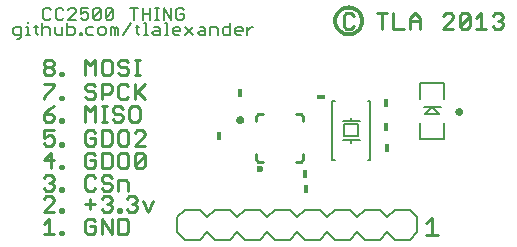
<source format=gto>
G75*
G70*
%OFA0B0*%
%FSLAX24Y24*%
%IPPOS*%
%LPD*%
%AMOC8*
5,1,8,0,0,1.08239X$1,22.5*
%
%ADD10C,0.0090*%
%ADD11C,0.0110*%
%ADD12C,0.0120*%
%ADD13C,0.0070*%
%ADD14C,0.0050*%
%ADD15C,0.0100*%
%ADD16C,0.0236*%
%ADD17R,0.0180X0.0300*%
%ADD18R,0.0300X0.0180*%
%ADD19C,0.0080*%
D10*
X001695Y001182D02*
X002035Y001182D01*
X001865Y001182D02*
X001865Y001692D01*
X001695Y001522D01*
X001695Y001932D02*
X002035Y002272D01*
X002035Y002357D01*
X001950Y002442D01*
X001780Y002442D01*
X001695Y002357D01*
X001780Y002632D02*
X001695Y002717D01*
X001780Y002632D02*
X001950Y002632D01*
X002035Y002717D01*
X002035Y002802D01*
X001950Y002887D01*
X001865Y002887D01*
X001950Y002887D02*
X002035Y002972D01*
X002035Y003057D01*
X001950Y003142D01*
X001780Y003142D01*
X001695Y003057D01*
X001950Y003382D02*
X001950Y003892D01*
X001695Y003637D01*
X002035Y003637D01*
X002247Y003467D02*
X002333Y003467D01*
X002333Y003382D01*
X002247Y003382D01*
X002247Y003467D01*
X003076Y003467D02*
X003161Y003382D01*
X003331Y003382D01*
X003416Y003467D01*
X003416Y003637D01*
X003246Y003637D01*
X003076Y003807D02*
X003076Y003467D01*
X003076Y003807D02*
X003161Y003892D01*
X003331Y003892D01*
X003416Y003807D01*
X003629Y003892D02*
X003884Y003892D01*
X003969Y003807D01*
X003969Y003467D01*
X003884Y003382D01*
X003629Y003382D01*
X003629Y003892D01*
X003629Y004132D02*
X003884Y004132D01*
X003969Y004217D01*
X003969Y004557D01*
X003884Y004642D01*
X003629Y004642D01*
X003629Y004132D01*
X003416Y004217D02*
X003416Y004387D01*
X003246Y004387D01*
X003076Y004557D02*
X003076Y004217D01*
X003161Y004132D01*
X003331Y004132D01*
X003416Y004217D01*
X003416Y004557D02*
X003331Y004642D01*
X003161Y004642D01*
X003076Y004557D01*
X003076Y004932D02*
X003076Y005442D01*
X003246Y005272D01*
X003416Y005442D01*
X003416Y004932D01*
X003629Y004932D02*
X003799Y004932D01*
X003714Y004932D02*
X003714Y005442D01*
X003629Y005442D02*
X003799Y005442D01*
X003997Y005357D02*
X003997Y005272D01*
X004082Y005187D01*
X004252Y005187D01*
X004337Y005102D01*
X004337Y005017D01*
X004252Y004932D01*
X004082Y004932D01*
X003997Y005017D01*
X003997Y005357D02*
X004082Y005442D01*
X004252Y005442D01*
X004337Y005357D01*
X004549Y005357D02*
X004549Y005017D01*
X004635Y004932D01*
X004805Y004932D01*
X004890Y005017D01*
X004890Y005357D01*
X004805Y005442D01*
X004635Y005442D01*
X004549Y005357D01*
X004436Y005682D02*
X004521Y005767D01*
X004436Y005682D02*
X004266Y005682D01*
X004181Y005767D01*
X004181Y006107D01*
X004266Y006192D01*
X004436Y006192D01*
X004521Y006107D01*
X004734Y006192D02*
X004734Y005682D01*
X004734Y005852D02*
X005074Y006192D01*
X004904Y006482D02*
X004734Y006482D01*
X004819Y006482D02*
X004819Y006992D01*
X004734Y006992D02*
X004904Y006992D01*
X004521Y006907D02*
X004436Y006992D01*
X004266Y006992D01*
X004181Y006907D01*
X004181Y006822D01*
X004266Y006737D01*
X004436Y006737D01*
X004521Y006652D01*
X004521Y006567D01*
X004436Y006482D01*
X004266Y006482D01*
X004181Y006567D01*
X003969Y006567D02*
X003884Y006482D01*
X003714Y006482D01*
X003629Y006567D01*
X003629Y006907D01*
X003714Y006992D01*
X003884Y006992D01*
X003969Y006907D01*
X003969Y006567D01*
X003884Y006192D02*
X003629Y006192D01*
X003629Y005682D01*
X003629Y005852D02*
X003884Y005852D01*
X003969Y005937D01*
X003969Y006107D01*
X003884Y006192D01*
X003416Y006107D02*
X003331Y006192D01*
X003161Y006192D01*
X003076Y006107D01*
X003076Y006022D01*
X003161Y005937D01*
X003331Y005937D01*
X003416Y005852D01*
X003416Y005767D01*
X003331Y005682D01*
X003161Y005682D01*
X003076Y005767D01*
X002333Y005767D02*
X002333Y005682D01*
X002247Y005682D01*
X002247Y005767D01*
X002333Y005767D01*
X002035Y005442D02*
X001865Y005357D01*
X001695Y005187D01*
X001950Y005187D01*
X002035Y005102D01*
X002035Y005017D01*
X001950Y004932D01*
X001780Y004932D01*
X001695Y005017D01*
X001695Y005187D01*
X002247Y005017D02*
X002333Y005017D01*
X002333Y004932D01*
X002247Y004932D01*
X002247Y005017D01*
X002035Y004642D02*
X001695Y004642D01*
X001695Y004387D01*
X001865Y004472D01*
X001950Y004472D01*
X002035Y004387D01*
X002035Y004217D01*
X001950Y004132D01*
X001780Y004132D01*
X001695Y004217D01*
X002247Y004217D02*
X002247Y004132D01*
X002333Y004132D01*
X002333Y004217D01*
X002247Y004217D01*
X003161Y003142D02*
X003076Y003057D01*
X003076Y002717D01*
X003161Y002632D01*
X003331Y002632D01*
X003416Y002717D01*
X003629Y002717D02*
X003714Y002632D01*
X003884Y002632D01*
X003969Y002717D01*
X003969Y002802D01*
X003884Y002887D01*
X003714Y002887D01*
X003629Y002972D01*
X003629Y003057D01*
X003714Y003142D01*
X003884Y003142D01*
X003969Y003057D01*
X004181Y002972D02*
X004436Y002972D01*
X004521Y002887D01*
X004521Y002632D01*
X004542Y002442D02*
X004713Y002442D01*
X004798Y002357D01*
X004798Y002272D01*
X004713Y002187D01*
X004798Y002102D01*
X004798Y002017D01*
X004713Y001932D01*
X004542Y001932D01*
X004457Y002017D01*
X004266Y002017D02*
X004266Y001932D01*
X004181Y001932D01*
X004181Y002017D01*
X004266Y002017D01*
X004628Y002187D02*
X004713Y002187D01*
X005010Y002272D02*
X005180Y001932D01*
X005350Y002272D01*
X004542Y002442D02*
X004457Y002357D01*
X004181Y002632D02*
X004181Y002972D01*
X004266Y003382D02*
X004436Y003382D01*
X004521Y003467D01*
X004521Y003807D01*
X004436Y003892D01*
X004266Y003892D01*
X004181Y003807D01*
X004181Y003467D01*
X004266Y003382D01*
X004734Y003467D02*
X004819Y003382D01*
X004989Y003382D01*
X005074Y003467D01*
X005074Y003807D01*
X004734Y003467D01*
X004734Y003807D01*
X004819Y003892D01*
X004989Y003892D01*
X005074Y003807D01*
X005074Y004132D02*
X004734Y004132D01*
X005074Y004472D01*
X005074Y004557D01*
X004989Y004642D01*
X004819Y004642D01*
X004734Y004557D01*
X004521Y004557D02*
X004436Y004642D01*
X004266Y004642D01*
X004181Y004557D01*
X004181Y004217D01*
X004266Y004132D01*
X004436Y004132D01*
X004521Y004217D01*
X004521Y004557D01*
X005074Y005682D02*
X004819Y005937D01*
X003416Y006482D02*
X003416Y006992D01*
X003246Y006822D01*
X003076Y006992D01*
X003076Y006482D01*
X002333Y006482D02*
X002247Y006482D01*
X002247Y006567D01*
X002333Y006567D01*
X002333Y006482D01*
X002035Y006567D02*
X002035Y006652D01*
X001950Y006737D01*
X001780Y006737D01*
X001695Y006822D01*
X001695Y006907D01*
X001780Y006992D01*
X001950Y006992D01*
X002035Y006907D01*
X002035Y006822D01*
X001950Y006737D01*
X001780Y006737D02*
X001695Y006652D01*
X001695Y006567D01*
X001780Y006482D01*
X001950Y006482D01*
X002035Y006567D01*
X002035Y006192D02*
X001695Y006192D01*
X002035Y006192D02*
X002035Y006107D01*
X001695Y005767D01*
X001695Y005682D01*
X003161Y003142D02*
X003331Y003142D01*
X003416Y003057D01*
X003714Y002442D02*
X003629Y002357D01*
X003714Y002442D02*
X003884Y002442D01*
X003969Y002357D01*
X003969Y002272D01*
X003884Y002187D01*
X003969Y002102D01*
X003969Y002017D01*
X003884Y001932D01*
X003714Y001932D01*
X003629Y002017D01*
X003799Y002187D02*
X003884Y002187D01*
X003416Y002187D02*
X003076Y002187D01*
X003246Y002357D02*
X003246Y002017D01*
X003161Y001692D02*
X003076Y001607D01*
X003076Y001267D01*
X003161Y001182D01*
X003331Y001182D01*
X003416Y001267D01*
X003416Y001437D01*
X003246Y001437D01*
X003416Y001607D02*
X003331Y001692D01*
X003161Y001692D01*
X003629Y001692D02*
X003969Y001182D01*
X003969Y001692D01*
X004181Y001692D02*
X004436Y001692D01*
X004521Y001607D01*
X004521Y001267D01*
X004436Y001182D01*
X004181Y001182D01*
X004181Y001692D01*
X003629Y001692D02*
X003629Y001182D01*
X002333Y001182D02*
X002247Y001182D01*
X002247Y001267D01*
X002333Y001267D01*
X002333Y001182D01*
X002333Y001932D02*
X002247Y001932D01*
X002247Y002017D01*
X002333Y002017D01*
X002333Y001932D01*
X002035Y001932D02*
X001695Y001932D01*
X002247Y002632D02*
X002333Y002632D01*
X002333Y002717D01*
X002247Y002717D01*
X002247Y002632D01*
X011695Y008117D02*
X011780Y008032D01*
X011950Y008032D01*
X012035Y008117D01*
X011695Y008117D02*
X011695Y008457D01*
X011780Y008542D01*
X011950Y008542D01*
X012035Y008457D01*
X012800Y008542D02*
X013140Y008542D01*
X012970Y008542D02*
X012970Y008032D01*
X013352Y008032D02*
X013693Y008032D01*
X013352Y008032D02*
X013352Y008542D01*
X013905Y008372D02*
X014075Y008542D01*
X014245Y008372D01*
X014245Y008032D01*
X013905Y008032D02*
X013905Y008372D01*
X013905Y008287D02*
X014245Y008287D01*
X015010Y008457D02*
X015095Y008542D01*
X015265Y008542D01*
X015350Y008457D01*
X015350Y008372D01*
X015010Y008032D01*
X015350Y008032D01*
X015562Y008117D02*
X015903Y008457D01*
X015903Y008117D01*
X015818Y008032D01*
X015647Y008032D01*
X015562Y008117D01*
X015562Y008457D01*
X015647Y008542D01*
X015818Y008542D01*
X015903Y008457D01*
X016115Y008372D02*
X016285Y008542D01*
X016285Y008032D01*
X016115Y008032D02*
X016455Y008032D01*
X016667Y008117D02*
X016752Y008032D01*
X016922Y008032D01*
X017008Y008117D01*
X017008Y008202D01*
X016922Y008287D01*
X016837Y008287D01*
X016922Y008287D02*
X017008Y008372D01*
X017008Y008457D01*
X016922Y008542D01*
X016752Y008542D01*
X016667Y008457D01*
D11*
X014652Y001732D02*
X014652Y001142D01*
X014455Y001142D02*
X014849Y001142D01*
X014455Y001535D02*
X014652Y001732D01*
D12*
X011413Y008287D02*
X011415Y008329D01*
X011421Y008370D01*
X011431Y008411D01*
X011444Y008451D01*
X011461Y008489D01*
X011482Y008525D01*
X011506Y008560D01*
X011533Y008592D01*
X011563Y008621D01*
X011596Y008647D01*
X011630Y008671D01*
X011667Y008690D01*
X011706Y008707D01*
X011746Y008719D01*
X011787Y008728D01*
X011829Y008733D01*
X011870Y008734D01*
X011912Y008731D01*
X011954Y008724D01*
X011994Y008713D01*
X012033Y008699D01*
X012071Y008681D01*
X012107Y008659D01*
X012141Y008635D01*
X012172Y008607D01*
X012201Y008576D01*
X012226Y008543D01*
X012249Y008507D01*
X012268Y008470D01*
X012283Y008431D01*
X012295Y008391D01*
X012303Y008350D01*
X012307Y008308D01*
X012307Y008266D01*
X012303Y008224D01*
X012295Y008183D01*
X012283Y008143D01*
X012268Y008104D01*
X012249Y008067D01*
X012226Y008031D01*
X012201Y007998D01*
X012172Y007967D01*
X012141Y007939D01*
X012107Y007915D01*
X012071Y007893D01*
X012033Y007875D01*
X011994Y007861D01*
X011954Y007850D01*
X011912Y007843D01*
X011870Y007840D01*
X011829Y007841D01*
X011787Y007846D01*
X011746Y007855D01*
X011706Y007867D01*
X011667Y007884D01*
X011630Y007903D01*
X011596Y007927D01*
X011563Y007953D01*
X011533Y007982D01*
X011506Y008014D01*
X011482Y008049D01*
X011461Y008085D01*
X011444Y008123D01*
X011431Y008163D01*
X011421Y008204D01*
X011415Y008245D01*
X011413Y008287D01*
D13*
X008679Y008075D02*
X008615Y008075D01*
X008489Y007948D01*
X008489Y007822D02*
X008489Y008075D01*
X008328Y008012D02*
X008328Y007948D01*
X008074Y007948D01*
X008074Y007885D02*
X008074Y008012D01*
X008138Y008075D01*
X008264Y008075D01*
X008328Y008012D01*
X008264Y007822D02*
X008138Y007822D01*
X008074Y007885D01*
X007914Y007822D02*
X007723Y007822D01*
X007660Y007885D01*
X007660Y008012D01*
X007723Y008075D01*
X007914Y008075D01*
X007914Y008202D02*
X007914Y007822D01*
X007499Y007822D02*
X007499Y008012D01*
X007436Y008075D01*
X007246Y008075D01*
X007246Y007822D01*
X007085Y007822D02*
X006895Y007822D01*
X006831Y007885D01*
X006895Y007948D01*
X007085Y007948D01*
X007085Y008012D02*
X007085Y007822D01*
X007085Y008012D02*
X007021Y008075D01*
X006895Y008075D01*
X006670Y008075D02*
X006417Y007822D01*
X006256Y007948D02*
X006003Y007948D01*
X006003Y007885D02*
X006003Y008012D01*
X006066Y008075D01*
X006193Y008075D01*
X006256Y008012D01*
X006256Y007948D01*
X006193Y007822D02*
X006066Y007822D01*
X006003Y007885D01*
X005853Y007822D02*
X005726Y007822D01*
X005790Y007822D02*
X005790Y008202D01*
X005726Y008202D01*
X005690Y008322D02*
X005690Y008702D01*
X005944Y008322D01*
X005944Y008702D01*
X006105Y008639D02*
X006105Y008385D01*
X006168Y008322D01*
X006295Y008322D01*
X006358Y008385D01*
X006358Y008512D01*
X006232Y008512D01*
X006358Y008639D02*
X006295Y008702D01*
X006168Y008702D01*
X006105Y008639D01*
X005541Y008702D02*
X005414Y008702D01*
X005478Y008702D02*
X005478Y008322D01*
X005541Y008322D02*
X005414Y008322D01*
X005253Y008322D02*
X005253Y008702D01*
X005253Y008512D02*
X005000Y008512D01*
X005000Y008322D02*
X005000Y008702D01*
X004839Y008702D02*
X004585Y008702D01*
X004712Y008702D02*
X004712Y008322D01*
X004599Y008202D02*
X004345Y007822D01*
X004184Y007822D02*
X004184Y008012D01*
X004121Y008075D01*
X004058Y008012D01*
X004058Y007822D01*
X003931Y007822D02*
X003931Y008075D01*
X003994Y008075D01*
X004058Y008012D01*
X003770Y008012D02*
X003770Y007885D01*
X003707Y007822D01*
X003580Y007822D01*
X003516Y007885D01*
X003516Y008012D01*
X003580Y008075D01*
X003707Y008075D01*
X003770Y008012D01*
X003820Y008322D02*
X003757Y008385D01*
X004010Y008639D01*
X004010Y008385D01*
X003947Y008322D01*
X003820Y008322D01*
X003757Y008385D02*
X003757Y008639D01*
X003820Y008702D01*
X003947Y008702D01*
X004010Y008639D01*
X003596Y008639D02*
X003596Y008385D01*
X003533Y008322D01*
X003406Y008322D01*
X003342Y008385D01*
X003596Y008639D01*
X003533Y008702D01*
X003406Y008702D01*
X003342Y008639D01*
X003342Y008385D01*
X003182Y008385D02*
X003118Y008322D01*
X002991Y008322D01*
X002928Y008385D01*
X002928Y008512D02*
X003055Y008575D01*
X003118Y008575D01*
X003182Y008512D01*
X003182Y008385D01*
X002928Y008512D02*
X002928Y008702D01*
X003182Y008702D01*
X002767Y008639D02*
X002767Y008575D01*
X002514Y008322D01*
X002767Y008322D01*
X002671Y008075D02*
X002481Y008075D01*
X002481Y008202D02*
X002481Y007822D01*
X002671Y007822D01*
X002734Y007885D01*
X002734Y008012D01*
X002671Y008075D01*
X002895Y007885D02*
X002958Y007885D01*
X002958Y007822D01*
X002895Y007822D01*
X002895Y007885D01*
X003102Y007885D02*
X003165Y007822D01*
X003356Y007822D01*
X003102Y007885D02*
X003102Y008012D01*
X003165Y008075D01*
X003356Y008075D01*
X002767Y008639D02*
X002704Y008702D01*
X002577Y008702D01*
X002514Y008639D01*
X002353Y008639D02*
X002290Y008702D01*
X002163Y008702D01*
X002099Y008639D01*
X002099Y008385D01*
X002163Y008322D01*
X002290Y008322D01*
X002353Y008385D01*
X001939Y008385D02*
X001875Y008322D01*
X001748Y008322D01*
X001685Y008385D01*
X001685Y008639D01*
X001748Y008702D01*
X001875Y008702D01*
X001939Y008639D01*
X001652Y008202D02*
X001652Y007822D01*
X001502Y007822D02*
X001439Y007885D01*
X001439Y008139D01*
X001376Y008075D02*
X001502Y008075D01*
X001652Y008012D02*
X001715Y008075D01*
X001842Y008075D01*
X001905Y008012D01*
X001905Y007822D01*
X002066Y007885D02*
X002130Y007822D01*
X002320Y007822D01*
X002320Y008075D01*
X002066Y008075D02*
X002066Y007885D01*
X001226Y007822D02*
X001099Y007822D01*
X001163Y007822D02*
X001163Y008075D01*
X001099Y008075D01*
X001163Y008202D02*
X001163Y008265D01*
X000939Y008075D02*
X000748Y008075D01*
X000685Y008012D01*
X000685Y007885D01*
X000748Y007822D01*
X000939Y007822D01*
X000939Y007758D02*
X000939Y008075D01*
X000939Y007758D02*
X000875Y007695D01*
X000812Y007695D01*
X004759Y008075D02*
X004886Y008075D01*
X004823Y008139D02*
X004823Y007885D01*
X004886Y007822D01*
X005036Y007822D02*
X005162Y007822D01*
X005099Y007822D02*
X005099Y008202D01*
X005036Y008202D01*
X005375Y008075D02*
X005502Y008075D01*
X005565Y008012D01*
X005565Y007822D01*
X005375Y007822D01*
X005312Y007885D01*
X005375Y007948D01*
X005565Y007948D01*
X006417Y008075D02*
X006670Y007822D01*
D14*
X008230Y004987D02*
X008232Y004995D01*
X008237Y005002D01*
X008244Y005006D01*
X008252Y005007D01*
X008260Y005004D01*
X008266Y004999D01*
X008270Y004991D01*
X008270Y004983D01*
X008266Y004975D01*
X008260Y004970D01*
X008252Y004967D01*
X008244Y004968D01*
X008237Y004972D01*
X008232Y004979D01*
X008230Y004987D01*
X008190Y004987D02*
X008192Y005002D01*
X008197Y005016D01*
X008206Y005028D01*
X008218Y005038D01*
X008231Y005044D01*
X008246Y005047D01*
X008261Y005046D01*
X008276Y005041D01*
X008288Y005033D01*
X008299Y005022D01*
X008306Y005009D01*
X008310Y004995D01*
X008310Y004979D01*
X008306Y004965D01*
X008299Y004952D01*
X008288Y004941D01*
X008276Y004933D01*
X008261Y004928D01*
X008246Y004927D01*
X008231Y004930D01*
X008218Y004936D01*
X008206Y004946D01*
X008197Y004958D01*
X008192Y004972D01*
X008190Y004987D01*
X008150Y004987D02*
X008152Y005007D01*
X008158Y005025D01*
X008167Y005043D01*
X008179Y005058D01*
X008194Y005070D01*
X008212Y005079D01*
X008230Y005085D01*
X008250Y005087D01*
X008270Y005085D01*
X008288Y005079D01*
X008306Y005070D01*
X008321Y005058D01*
X008333Y005043D01*
X008342Y005025D01*
X008348Y005007D01*
X008350Y004987D01*
X008348Y004967D01*
X008342Y004949D01*
X008333Y004931D01*
X008321Y004916D01*
X008306Y004904D01*
X008288Y004895D01*
X008270Y004889D01*
X008250Y004887D01*
X008230Y004889D01*
X008212Y004895D01*
X008194Y004904D01*
X008179Y004916D01*
X008167Y004931D01*
X008158Y004949D01*
X008152Y004967D01*
X008150Y004987D01*
X011320Y005621D02*
X011320Y003652D01*
X011399Y003652D01*
X011950Y004217D02*
X011950Y004322D01*
X011674Y004322D01*
X011714Y004440D02*
X011714Y004834D01*
X012186Y004834D01*
X012186Y004440D01*
X011714Y004440D01*
X011950Y004322D02*
X012226Y004322D01*
X012226Y004952D02*
X011950Y004952D01*
X011674Y004952D01*
X011950Y004952D02*
X011950Y005056D01*
X011399Y005621D02*
X011320Y005621D01*
X012501Y005621D02*
X012580Y005621D01*
X012580Y003652D01*
X012501Y003652D01*
X015530Y005262D02*
X015532Y005270D01*
X015537Y005277D01*
X015544Y005281D01*
X015552Y005282D01*
X015560Y005279D01*
X015566Y005274D01*
X015570Y005266D01*
X015570Y005258D01*
X015566Y005250D01*
X015560Y005245D01*
X015552Y005242D01*
X015544Y005243D01*
X015537Y005247D01*
X015532Y005254D01*
X015530Y005262D01*
X015490Y005262D02*
X015492Y005277D01*
X015497Y005291D01*
X015506Y005303D01*
X015518Y005313D01*
X015531Y005319D01*
X015546Y005322D01*
X015561Y005321D01*
X015576Y005316D01*
X015588Y005308D01*
X015599Y005297D01*
X015606Y005284D01*
X015610Y005270D01*
X015610Y005254D01*
X015606Y005240D01*
X015599Y005227D01*
X015588Y005216D01*
X015576Y005208D01*
X015561Y005203D01*
X015546Y005202D01*
X015531Y005205D01*
X015518Y005211D01*
X015506Y005221D01*
X015497Y005233D01*
X015492Y005247D01*
X015490Y005262D01*
X015450Y005262D02*
X015452Y005282D01*
X015458Y005300D01*
X015467Y005318D01*
X015479Y005333D01*
X015494Y005345D01*
X015512Y005354D01*
X015530Y005360D01*
X015550Y005362D01*
X015570Y005360D01*
X015588Y005354D01*
X015606Y005345D01*
X015621Y005333D01*
X015633Y005318D01*
X015642Y005300D01*
X015648Y005282D01*
X015650Y005262D01*
X015648Y005242D01*
X015642Y005224D01*
X015633Y005206D01*
X015621Y005191D01*
X015606Y005179D01*
X015588Y005170D01*
X015570Y005164D01*
X015550Y005162D01*
X015530Y005164D01*
X015512Y005170D01*
X015494Y005179D01*
X015479Y005191D01*
X015467Y005206D01*
X015458Y005224D01*
X015452Y005242D01*
X015450Y005262D01*
D15*
X010337Y005095D02*
X010337Y004938D01*
X010337Y005095D02*
X010259Y005174D01*
X010101Y005174D01*
X008999Y005174D02*
X008841Y005174D01*
X008763Y005095D01*
X008763Y004938D01*
X008763Y003835D02*
X008763Y003678D01*
X008841Y003599D01*
X008999Y003599D01*
X010101Y003599D02*
X010259Y003599D01*
X010337Y003678D01*
X010337Y003835D01*
D16*
X008893Y003335D03*
D17*
X010400Y003187D03*
X010450Y002687D03*
X013150Y004037D03*
X013100Y004737D03*
X013100Y005537D03*
X008250Y005887D03*
X007550Y004437D03*
D18*
X010950Y005737D03*
D19*
X014256Y005680D02*
X014256Y006232D01*
X015044Y006232D01*
X015044Y005680D01*
X014926Y005405D02*
X014650Y005405D01*
X014886Y005169D01*
X014414Y005169D01*
X014650Y005405D01*
X014374Y005405D01*
X014256Y004893D02*
X014256Y004342D01*
X015044Y004342D01*
X015044Y004893D01*
X013900Y001987D02*
X013400Y001987D01*
X013150Y001737D01*
X012900Y001987D01*
X012400Y001987D01*
X012150Y001737D01*
X011900Y001987D01*
X011400Y001987D01*
X011150Y001737D01*
X010900Y001987D01*
X010400Y001987D01*
X010150Y001737D01*
X009900Y001987D01*
X009400Y001987D01*
X009150Y001737D01*
X008900Y001987D01*
X008400Y001987D01*
X008150Y001737D01*
X007900Y001987D01*
X007400Y001987D01*
X007150Y001737D01*
X006900Y001987D01*
X006400Y001987D01*
X006150Y001737D01*
X006150Y001237D01*
X006400Y000987D01*
X006900Y000987D01*
X007150Y001237D01*
X007400Y000987D01*
X007900Y000987D01*
X008150Y001237D01*
X008400Y000987D01*
X008900Y000987D01*
X009150Y001237D01*
X009400Y000987D01*
X009900Y000987D01*
X010150Y001237D01*
X010400Y000987D01*
X010900Y000987D01*
X011150Y001237D01*
X011400Y000987D01*
X011900Y000987D01*
X012150Y001237D01*
X012400Y000987D01*
X012900Y000987D01*
X013150Y001237D01*
X013400Y000987D01*
X013900Y000987D01*
X014150Y001237D01*
X014150Y001737D01*
X013900Y001987D01*
M02*

</source>
